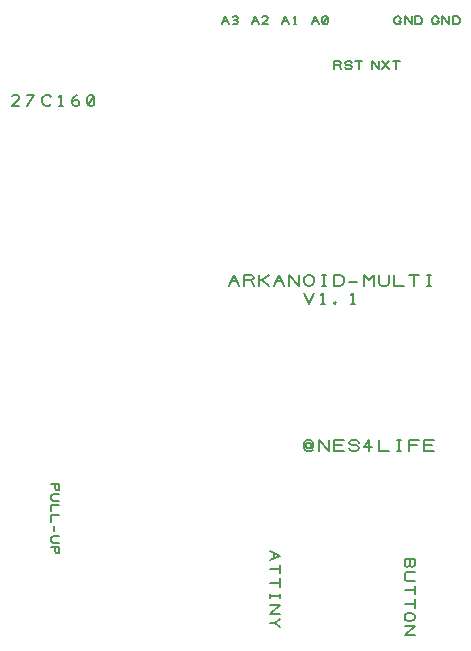
<source format=gbr>
G04 DesignSpark PCB Gerber Version 10.0 Build 5299*
G04 #@! TF.Part,Single*
G04 #@! TF.FileFunction,Legend,Top*
G04 #@! TF.FilePolarity,Positive*
%FSLAX35Y35*%
%MOIN*%
%ADD16C,0.00500*%
G04 #@! TD.AperFunction*
X0Y0D02*
D02*
D16*
X45906Y67750D02*
X48531D01*
Y66219D01*
X48313Y65781D01*
X47875Y65563D01*
X47437Y65781D01*
X47219Y66219D01*
Y67750D01*
X48531Y64250D02*
X46563D01*
X46125Y64031D01*
X45906Y63594D01*
Y62719D01*
X46125Y62281D01*
X46563Y62063D01*
X48531D01*
Y60750D02*
X45906D01*
Y58563D01*
X48531Y57250D02*
X45906D01*
Y55063D01*
X46781Y53750D02*
Y52000D01*
X48531Y50250D02*
X46563D01*
X46125Y50031D01*
X45906Y49594D01*
Y48719D01*
X46125Y48281D01*
X46563Y48063D01*
X48531D01*
X45906Y46750D02*
X48531D01*
Y45219D01*
X48313Y44781D01*
X47875Y44563D01*
X47437Y44781D01*
X47219Y45219D01*
Y46750D01*
X35250Y193687D02*
X32750D01*
X34937Y195875D01*
X35250Y196500D01*
X34937Y197125D01*
X34313Y197437D01*
X33375D01*
X32750Y197125D01*
X37750Y193687D02*
X40250Y197437D01*
X37750D01*
X45875Y194313D02*
X45563Y194000D01*
X44937Y193687D01*
X44000D01*
X43375Y194000D01*
X43063Y194313D01*
X42750Y194937D01*
Y196187D01*
X43063Y196813D01*
X43375Y197125D01*
X44000Y197437D01*
X44937D01*
X45563Y197125D01*
X45875Y196813D01*
X48375Y193687D02*
X49625D01*
X49000D02*
Y197437D01*
X48375Y196813D01*
X52750Y194625D02*
X53063Y195250D01*
X53687Y195563D01*
X54313D01*
X54937Y195250D01*
X55250Y194625D01*
X54937Y194000D01*
X54313Y193687D01*
X53687D01*
X53063Y194000D01*
X52750Y194625D01*
Y195563D01*
X53063Y196500D01*
X53687Y197125D01*
X54313Y197437D01*
X58063Y194000D02*
X58687Y193687D01*
X59313D01*
X59937Y194000D01*
X60250Y194625D01*
Y196500D01*
X59937Y197125D01*
X59313Y197437D01*
X58687D01*
X58063Y197125D01*
X57750Y196500D01*
Y194625D01*
X58063Y194000D01*
X59937Y197125D01*
X102750Y220906D02*
X103844Y223531D01*
X104937Y220906D01*
X103187Y222000D02*
X104500D01*
X106469Y221125D02*
X106906Y220906D01*
X107344D01*
X107781Y221125D01*
X108000Y221563D01*
X107781Y222000D01*
X107344Y222219D01*
X106906D01*
X107344D02*
X107781Y222437D01*
X108000Y222875D01*
X107781Y223313D01*
X107344Y223531D01*
X106906D01*
X106469Y223313D01*
X112750Y220906D02*
X113844Y223531D01*
X114937Y220906D01*
X113187Y222000D02*
X114500D01*
X118000Y220906D02*
X116250D01*
X117781Y222437D01*
X118000Y222875D01*
X117781Y223313D01*
X117344Y223531D01*
X116687D01*
X116250Y223313D01*
X118594Y45250D02*
X121969Y43844D01*
X118594Y42437D01*
X120000Y44687D02*
Y43000D01*
X118594Y39344D02*
X121969D01*
Y40750D02*
Y37937D01*
X118594Y34844D02*
X121969D01*
Y36250D02*
Y33437D01*
X118594Y30906D02*
Y29781D01*
Y30344D02*
X121969D01*
Y30906D02*
Y29781D01*
X118594Y27250D02*
X121969D01*
X118594Y24437D01*
X121969D01*
X118594Y21344D02*
X120281D01*
X121969Y22750D01*
X120281Y21344D02*
X121969Y19937D01*
X122750Y220906D02*
X123844Y223531D01*
X124937Y220906D01*
X123187Y222000D02*
X124500D01*
X126687Y220906D02*
X127563D01*
X127125D02*
Y223531D01*
X126687Y223094D01*
X133063Y79000D02*
X132437Y78687D01*
X131187D01*
X130563Y79000D01*
X130250Y79625D01*
Y81500D01*
X130563Y82125D01*
X131187Y82437D01*
X132125D01*
X132750Y82125D01*
X133063Y81500D01*
Y79937D01*
X132750Y79625D01*
X132437Y79937D01*
Y81187D01*
X132125Y81500D01*
X131187D01*
X130875Y81187D01*
Y79937D01*
X131187Y79625D01*
X132125D01*
X132437Y79937D01*
X135250Y78687D02*
Y82437D01*
X138375Y78687D01*
Y82437D01*
X140250Y78687D02*
Y82437D01*
X143375D01*
X142750Y80563D02*
X140250D01*
Y78687D02*
X143375D01*
X145250Y79625D02*
X145563Y79000D01*
X146187Y78687D01*
X147437D01*
X148063Y79000D01*
X148375Y79625D01*
X148063Y80250D01*
X147437Y80563D01*
X146187D01*
X145563Y80875D01*
X145250Y81500D01*
X145563Y82125D01*
X146187Y82437D01*
X147437D01*
X148063Y82125D01*
X148375Y81500D01*
X151813Y78687D02*
Y82437D01*
X150250Y79937D01*
X152750D01*
X155250Y82437D02*
Y78687D01*
X158375D01*
X161187D02*
X162437D01*
X161813D02*
Y82437D01*
X161187D02*
X162437D01*
X165250Y78687D02*
Y82437D01*
X168375D01*
X167750Y80563D02*
X165250D01*
X170250Y78687D02*
Y82437D01*
X173375D01*
X172750Y80563D02*
X170250D01*
Y78687D02*
X173375D01*
X132750Y220906D02*
X133844Y223531D01*
X134937Y220906D01*
X133187Y222000D02*
X134500D01*
X136469Y221125D02*
X136906Y220906D01*
X137344D01*
X137781Y221125D01*
X138000Y221563D01*
Y222875D01*
X137781Y223313D01*
X137344Y223531D01*
X136906D01*
X136469Y223313D01*
X136250Y222875D01*
Y221563D01*
X136469Y221125D01*
X137781Y223313D01*
X105250Y133687D02*
X106813Y137437D01*
X108375Y133687D01*
X105875Y135250D02*
X107750D01*
X110250Y133687D02*
Y137437D01*
X112437D01*
X113063Y137125D01*
X113375Y136500D01*
X113063Y135875D01*
X112437Y135563D01*
X110250D01*
X112437D02*
X113375Y133687D01*
X115250D02*
Y137437D01*
Y135563D02*
X116187D01*
X118375Y137437D01*
X116187Y135563D02*
X118375Y133687D01*
X120250D02*
X121813Y137437D01*
X123375Y133687D01*
X120875Y135250D02*
X122750D01*
X125250Y133687D02*
Y137437D01*
X128375Y133687D01*
Y137437D01*
X130250Y134937D02*
Y136187D01*
X130563Y136813D01*
X130875Y137125D01*
X131500Y137437D01*
X132125D01*
X132750Y137125D01*
X133063Y136813D01*
X133375Y136187D01*
Y134937D01*
X133063Y134313D01*
X132750Y134000D01*
X132125Y133687D01*
X131500D01*
X130875Y134000D01*
X130563Y134313D01*
X130250Y134937D01*
X136187Y133687D02*
X137437D01*
X136813D02*
Y137437D01*
X136187D02*
X137437D01*
X140250Y133687D02*
Y137437D01*
X142125D01*
X142750Y137125D01*
X143063Y136813D01*
X143375Y136187D01*
Y134937D01*
X143063Y134313D01*
X142750Y134000D01*
X142125Y133687D01*
X140250D01*
X145250Y134937D02*
X147750D01*
X150250Y133687D02*
Y137437D01*
X151813Y135563D01*
X153375Y137437D01*
Y133687D01*
X155250Y137437D02*
Y134625D01*
X155563Y134000D01*
X156187Y133687D01*
X157437D01*
X158063Y134000D01*
X158375Y134625D01*
Y137437D01*
X160250D02*
Y133687D01*
X163375D01*
X166813D02*
Y137437D01*
X165250D02*
X168375D01*
X171187Y133687D02*
X172437D01*
X171813D02*
Y137437D01*
X171187D02*
X172437D01*
X130250Y131437D02*
X131813Y127687D01*
X133375Y131437D01*
X135875Y127687D02*
X137125D01*
X136500D02*
Y131437D01*
X135875Y130813D01*
X140563Y127687D02*
X140875Y128000D01*
X140563Y128313D01*
X140250Y128000D01*
X140563Y127687D01*
X145875D02*
X147125D01*
X146500D02*
Y131437D01*
X145875Y130813D01*
X140250Y205906D02*
Y208531D01*
X141781D01*
X142219Y208313D01*
X142437Y207875D01*
X142219Y207437D01*
X141781Y207219D01*
X140250D01*
X141781D02*
X142437Y205906D01*
X143750Y206563D02*
X143969Y206125D01*
X144406Y205906D01*
X145281D01*
X145719Y206125D01*
X145937Y206563D01*
X145719Y207000D01*
X145281Y207219D01*
X144406D01*
X143969Y207437D01*
X143750Y207875D01*
X143969Y208313D01*
X144406Y208531D01*
X145281D01*
X145719Y208313D01*
X145937Y207875D01*
X148344Y205906D02*
Y208531D01*
X147250D02*
X149437D01*
X152750Y205906D02*
Y208531D01*
X154937Y205906D01*
Y208531D01*
X156250Y205906D02*
X158437Y208531D01*
X156250D02*
X158437Y205906D01*
X160844D02*
Y208531D01*
X159750D02*
X161937D01*
X161781Y222000D02*
X162437D01*
Y221781D01*
X162219Y221344D01*
X162000Y221125D01*
X161563Y220906D01*
X161125D01*
X160687Y221125D01*
X160469Y221344D01*
X160250Y221781D01*
Y222656D01*
X160469Y223094D01*
X160687Y223313D01*
X161125Y223531D01*
X161563D01*
X162000Y223313D01*
X162219Y223094D01*
X162437Y222656D01*
X163750Y220906D02*
Y223531D01*
X165937Y220906D01*
Y223531D01*
X167250Y220906D02*
Y223531D01*
X168563D01*
X169000Y223313D01*
X169219Y223094D01*
X169437Y222656D01*
Y221781D01*
X169219Y221344D01*
X169000Y221125D01*
X168563Y220906D01*
X167250D01*
X165281Y40781D02*
X165000Y40219D01*
X164437Y39937D01*
X163875Y40219D01*
X163594Y40781D01*
Y42750D01*
X166969D01*
Y40781D01*
X166687Y40219D01*
X166125Y39937D01*
X165563Y40219D01*
X165281Y40781D01*
Y42750D01*
X166969Y38250D02*
X164437D01*
X163875Y37969D01*
X163594Y37406D01*
Y36281D01*
X163875Y35719D01*
X164437Y35437D01*
X166969D01*
X163594Y32344D02*
X166969D01*
Y33750D02*
Y30937D01*
X163594Y27844D02*
X166969D01*
Y29250D02*
Y26437D01*
X164719Y24750D02*
X165844D01*
X166406Y24469D01*
X166687Y24187D01*
X166969Y23625D01*
Y23063D01*
X166687Y22500D01*
X166406Y22219D01*
X165844Y21937D01*
X164719D01*
X164156Y22219D01*
X163875Y22500D01*
X163594Y23063D01*
Y23625D01*
X163875Y24187D01*
X164156Y24469D01*
X164719Y24750D01*
X163594Y20250D02*
X166969D01*
X163594Y17437D01*
X166969D01*
X174281Y222000D02*
X174937D01*
Y221781D01*
X174719Y221344D01*
X174500Y221125D01*
X174063Y220906D01*
X173625D01*
X173187Y221125D01*
X172969Y221344D01*
X172750Y221781D01*
Y222656D01*
X172969Y223094D01*
X173187Y223313D01*
X173625Y223531D01*
X174063D01*
X174500Y223313D01*
X174719Y223094D01*
X174937Y222656D01*
X176250Y220906D02*
Y223531D01*
X178437Y220906D01*
Y223531D01*
X179750Y220906D02*
Y223531D01*
X181063D01*
X181500Y223313D01*
X181719Y223094D01*
X181937Y222656D01*
Y221781D01*
X181719Y221344D01*
X181500Y221125D01*
X181063Y220906D01*
X179750D01*
X0Y0D02*
M02*

</source>
